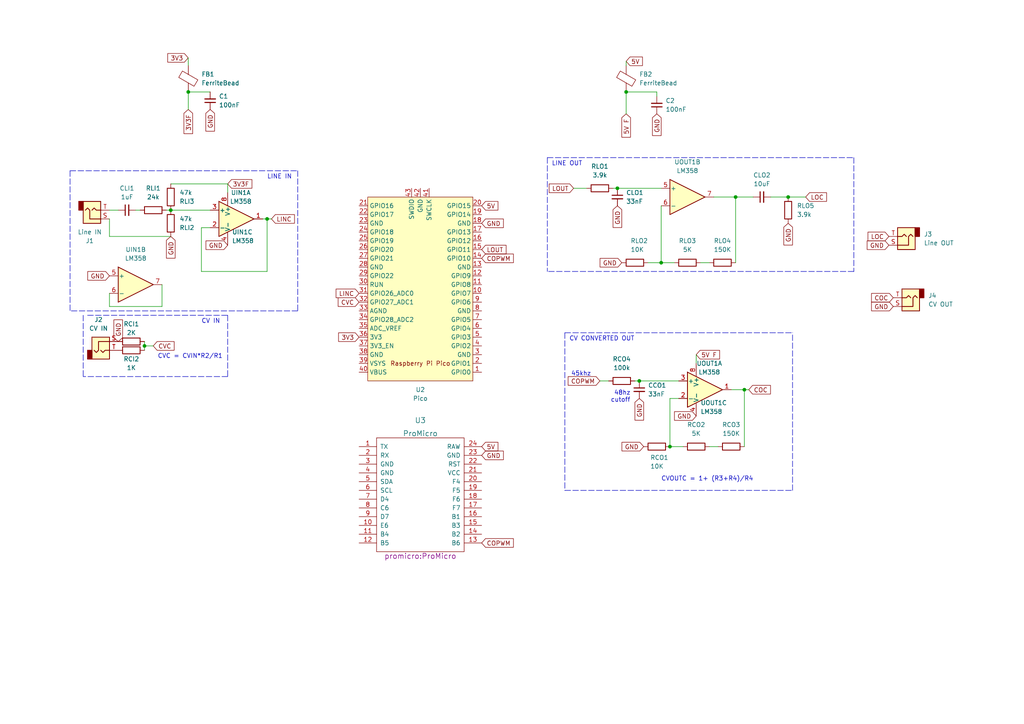
<source format=kicad_sch>
(kicad_sch (version 20211123) (generator eeschema)
  (paper "A4")
  (lib_symbols
    (symbol "Amplifier_Operational:LM358" (pin_names (offset 0.127))
      (property "Reference" "U" (at 0 5.08 0))
      (property "Value" "LM358" (at 0 -5.08 0))
      (symbol "LM358_1_1"
        (polyline (pts (xy -5.08 5.08) (xy 5.08 0) (xy -5.08 -5.08) (xy -5.08 5.08)) (stroke (width 0.254)) (fill (type background)))
        (pin output line (at 7.62 0 180) (length 2.54) (name "~") (number "1"))
        (pin input line (at -7.62 -2.54 0) (length 2.54) (name "-") (number "2"))
        (pin input line (at -7.62 2.54 0) (length 2.54) (name "+") (number "3"))
      )
      (symbol "LM358_2_1"
        (polyline (pts (xy -5.08 5.08) (xy 5.08 0) (xy -5.08 -5.08) (xy -5.08 5.08)) (stroke (width 0.254)) (fill (type background)))
        (pin input line (at -7.62 2.54 0) (length 2.54) (name "+") (number "5"))
        (pin input line (at -7.62 -2.54 0) (length 2.54) (name "-") (number "6"))
        (pin output line (at 7.62 0 180) (length 2.54) (name "~") (number "7"))
      )
      (symbol "LM358_3_1"
        (pin power_in line (at -2.54 -7.62 90) (length 3.81) (name "V-") (number "4"))
        (pin power_in line (at -2.54 7.62 270) (length 3.81) (name "V+") (number "8"))
      )
    )
    (symbol "Connector:AudioJack2"
      (property "Reference" "J" (at 0 8.89 0))
      (property "Value" "AudioJack2" (at 0 6.35 0))
      (symbol "AudioJack2_0_1"
        (rectangle (start -3.81 0) (end -2.54 -2.54) (stroke (width 0.254)) (fill (type outline)))
        (rectangle (start -2.54 3.81) (end 2.54 -2.54) (stroke (width 0.254)) (fill (type background)))
        (polyline (pts (xy 0 0) (xy 0.635 -0.635) (xy 1.27 0) (xy 2.54 0)) (stroke (width 0.254)))
        (polyline (pts (xy 2.54 2.54) (xy -0.635 2.54) (xy -0.635 0) (xy -1.27 -0.635) (xy -1.905 0)) (stroke (width 0.254)))
      )
      (symbol "AudioJack2_1_1"
        (pin passive line (at 5.08 2.54 180) (length 2.54) (name "~") (number "S"))
        (pin passive line (at 5.08 0 180) (length 2.54) (name "~") (number "T"))
      )
    )
    (symbol "Device:C_Small" (pin_numbers hide) (pin_names (offset 0.254) hide)
      (property "Reference" "C" (at 0.254 1.778 0))
      (property "Value" "C_Small" (at 0.254 -2.032 0))
      (symbol "C_Small_0_1"
        (polyline (pts (xy -1.524 -0.508) (xy 1.524 -0.508)) (stroke (width 0.3302)))
        (polyline (pts (xy -1.524 0.508) (xy 1.524 0.508)) (stroke (width 0.3048)))
      )
      (symbol "C_Small_1_1"
        (pin passive line (at 0 2.54 270) (length 2.032) (name "~") (number "1"))
        (pin passive line (at 0 -2.54 90) (length 2.032) (name "~") (number "2"))
      )
    )
    (symbol "Device:FerriteBead" (pin_numbers hide) (pin_names (offset 0))
      (property "Reference" "FB" (at -3.81 0.635 90))
      (property "Value" "FerriteBead" (at 3.81 0 90))
      (symbol "FerriteBead_0_1"
        (polyline (pts (xy 0 -1.27) (xy 0 -1.2192)))
        (polyline (pts (xy 0 1.27) (xy 0 1.2954)))
        (polyline (pts (xy -2.7686 0.4064) (xy -1.7018 2.2606) (xy 2.7686 -0.3048) (xy 1.6764 -2.159) (xy -2.7686 0.4064)))
      )
      (symbol "FerriteBead_1_1"
        (pin passive line (at 0 3.81 270) (length 2.54) (name "~") (number "1"))
        (pin passive line (at 0 -3.81 90) (length 2.54) (name "~") (number "2"))
      )
    )
    (symbol "Device:R" (pin_numbers hide) (pin_names (offset 0))
      (property "Reference" "R" (at 2.032 0 90))
      (property "Value" "R" (at 0 0 90))
      (symbol "R_0_1"
        (rectangle (start -1.016 -2.54) (end 1.016 2.54) (stroke (width 0.254)))
      )
      (symbol "R_1_1"
        (pin passive line (at 0 3.81 270) (length 1.27) (name "~") (number "1"))
        (pin passive line (at 0 -3.81 90) (length 1.27) (name "~") (number "2"))
      )
    )
    (symbol "MCU_RaspberryPi_and_Boards:Pico"
      (property "Reference" "U" (at -13.97 27.94 0))
      (property "Value" "Pico" (at 0 19.05 0))
      (symbol "Pico_0_0"
        (text "Raspberry Pi Pico" (at 0 21.59 0) (effects (font (size 1.27 1.27))))
      )
      (symbol "Pico_0_1"
        (rectangle (start -15.24 26.67) (end 15.24 -26.67) (fill (type background)))
      )
      (symbol "Pico_1_1"
        (pin bidirectional line (at -17.78 24.13 0) (length 2.54) (name "GPIO0") (number "1"))
        (pin bidirectional line (at -17.78 1.27 0) (length 2.54) (name "GPIO7") (number "10"))
        (pin bidirectional line (at -17.78 -1.27 0) (length 2.54) (name "GPIO8") (number "11"))
        (pin bidirectional line (at -17.78 -3.81 0) (length 2.54) (name "GPIO9") (number "12"))
        (pin power_in line (at -17.78 -6.35 0) (length 2.54) (name "GND") (number "13"))
        (pin bidirectional line (at -17.78 -8.89 0) (length 2.54) (name "GPIO10") (number "14"))
        (pin bidirectional line (at -17.78 -11.43 0) (length 2.54) (name "GPIO11") (number "15"))
        (pin bidirectional line (at -17.78 -13.97 0) (length 2.54) (name "GPIO12") (number "16"))
        (pin bidirectional line (at -17.78 -16.51 0) (length 2.54) (name "GPIO13") (number "17"))
        (pin power_in line (at -17.78 -19.05 0) (length 2.54) (name "GND") (number "18"))
        (pin bidirectional line (at -17.78 -21.59 0) (length 2.54) (name "GPIO14") (number "19"))
        (pin bidirectional line (at -17.78 21.59 0) (length 2.54) (name "GPIO1") (number "2"))
        (pin bidirectional line (at -17.78 -24.13 0) (length 2.54) (name "GPIO15") (number "20"))
        (pin bidirectional line (at 17.78 -24.13 180) (length 2.54) (name "GPIO16") (number "21"))
        (pin bidirectional line (at 17.78 -21.59 180) (length 2.54) (name "GPIO17") (number "22"))
        (pin power_in line (at 17.78 -19.05 180) (length 2.54) (name "GND") (number "23"))
        (pin bidirectional line (at 17.78 -16.51 180) (length 2.54) (name "GPIO18") (number "24"))
        (pin bidirectional line (at 17.78 -13.97 180) (length 2.54) (name "GPIO19") (number "25"))
        (pin bidirectional line (at 17.78 -11.43 180) (length 2.54) (name "GPIO20") (number "26"))
        (pin bidirectional line (at 17.78 -8.89 180) (length 2.54) (name "GPIO21") (number "27"))
        (pin power_in line (at 17.78 -6.35 180) (length 2.54) (name "GND") (number "28"))
        (pin bidirectional line (at 17.78 -3.81 180) (length 2.54) (name "GPIO22") (number "29"))
        (pin power_in line (at -17.78 19.05 0) (length 2.54) (name "GND") (number "3"))
        (pin input line (at 17.78 -1.27 180) (length 2.54) (name "RUN") (number "30"))
        (pin bidirectional line (at 17.78 1.27 180) (length 2.54) (name "GPIO26_ADC0") (number "31"))
        (pin bidirectional line (at 17.78 3.81 180) (length 2.54) (name "GPIO27_ADC1") (number "32"))
        (pin power_in line (at 17.78 6.35 180) (length 2.54) (name "AGND") (number "33"))
        (pin bidirectional line (at 17.78 8.89 180) (length 2.54) (name "GPIO28_ADC2") (number "34"))
        (pin power_in line (at 17.78 11.43 180) (length 2.54) (name "ADC_VREF") (number "35"))
        (pin power_in line (at 17.78 13.97 180) (length 2.54) (name "3V3") (number "36"))
        (pin input line (at 17.78 16.51 180) (length 2.54) (name "3V3_EN") (number "37"))
        (pin bidirectional line (at 17.78 19.05 180) (length 2.54) (name "GND") (number "38"))
        (pin power_in line (at 17.78 21.59 180) (length 2.54) (name "VSYS") (number "39"))
        (pin bidirectional line (at -17.78 16.51 0) (length 2.54) (name "GPIO2") (number "4"))
        (pin power_in line (at 17.78 24.13 180) (length 2.54) (name "VBUS") (number "40"))
        (pin input line (at -2.54 -29.21 90) (length 2.54) (name "SWCLK") (number "41"))
        (pin power_in line (at 0 -29.21 90) (length 2.54) (name "GND") (number "42"))
        (pin bidirectional line (at 2.54 -29.21 90) (length 2.54) (name "SWDIO") (number "43"))
        (pin bidirectional line (at -17.78 13.97 0) (length 2.54) (name "GPIO3") (number "5"))
        (pin bidirectional line (at -17.78 11.43 0) (length 2.54) (name "GPIO4") (number "6"))
        (pin bidirectional line (at -17.78 8.89 0) (length 2.54) (name "GPIO5") (number "7"))
        (pin power_in line (at -17.78 6.35 0) (length 2.54) (name "GND") (number "8"))
        (pin bidirectional line (at -17.78 3.81 0) (length 2.54) (name "GPIO6") (number "9"))
      )
    )
    (symbol "promicro:ProMicro" (pin_names (offset 1.016))
      (property "Reference" "U" (at 0 24.13 0))
      (property "Value" "ProMicro" (at 0 -13.97 0))
      (symbol "ProMicro_0_1"
        (rectangle (start -12.7 21.59) (end 12.7 -11.43))
      )
      (symbol "ProMicro_1_1"
        (pin bidirectional line (at -17.78 19.05 0) (length 5.08) (name "TX") (number "1"))
        (pin bidirectional line (at -17.78 -3.81 0) (length 5.08) (name "E6") (number "10"))
        (pin bidirectional line (at -17.78 -6.35 0) (length 5.08) (name "B4") (number "11"))
        (pin bidirectional line (at -17.78 -8.89 0) (length 5.08) (name "B5") (number "12"))
        (pin bidirectional line (at 17.78 -8.89 180) (length 5.08) (name "B6") (number "13"))
        (pin bidirectional line (at 17.78 -6.35 180) (length 5.08) (name "B2") (number "14"))
        (pin bidirectional line (at 17.78 -3.81 180) (length 5.08) (name "B3") (number "15"))
        (pin bidirectional line (at 17.78 -1.27 180) (length 5.08) (name "B1") (number "16"))
        (pin bidirectional line (at 17.78 1.27 180) (length 5.08) (name "F7") (number "17"))
        (pin bidirectional line (at 17.78 3.81 180) (length 5.08) (name "F6") (number "18"))
        (pin bidirectional line (at 17.78 6.35 180) (length 5.08) (name "F5") (number "19"))
        (pin bidirectional line (at -17.78 16.51 0) (length 5.08) (name "RX") (number "2"))
        (pin bidirectional line (at 17.78 8.89 180) (length 5.08) (name "F4") (number "20"))
        (pin power_in line (at 17.78 11.43 180) (length 5.08) (name "VCC") (number "21"))
        (pin input line (at 17.78 13.97 180) (length 5.08) (name "RST") (number "22"))
        (pin power_in line (at 17.78 16.51 180) (length 5.08) (name "GND") (number "23"))
        (pin power_out line (at 17.78 19.05 180) (length 5.08) (name "RAW") (number "24"))
        (pin power_in line (at -17.78 13.97 0) (length 5.08) (name "GND") (number "3"))
        (pin power_in line (at -17.78 11.43 0) (length 5.08) (name "GND") (number "4"))
        (pin bidirectional line (at -17.78 8.89 0) (length 5.08) (name "SDA") (number "5"))
        (pin bidirectional line (at -17.78 6.35 0) (length 5.08) (name "SCL") (number "6"))
        (pin bidirectional line (at -17.78 3.81 0) (length 5.08) (name "D4") (number "7"))
        (pin bidirectional line (at -17.78 1.27 0) (length 5.08) (name "C6") (number "8"))
        (pin bidirectional line (at -17.78 -1.27 0) (length 5.08) (name "D7") (number "9"))
      )
    )
  )
  (junction (at 194.31 129.54))
  (junction (at 191.77 76.2))
  (junction (at 179.07 54.61))
  (junction (at 49.53 60.96))
  (junction (at 54.61 26.67))
  (junction (at 77.47 63.5))
  (junction (at 228.6 57.15))
  (junction (at 215.9 113.03))
  (junction (at 41.91 100.33))
  (junction (at 185.42 110.49))
  (junction (at 213.36 57.15))
  (junction (at 181.61 26.67))
  (wire (pts (xy 54.5857 16.7832) (xy 54.61 19.05)))
  (wire (pts (xy 201.93 102.87) (xy 201.93 105.41)))
  (wire (pts (xy 218.44 57.15) (xy 213.36 57.15)))
  (wire (pts (xy 31.75 85.09) (xy 31.75 88.9)))
  (wire (pts (xy 213.36 57.15) (xy 213.36 76.2)))
  (polyline (pts (xy 247.65 78.74) (xy 158.75 78.74)))
  (polyline (pts (xy 86.36 49.53) (xy 86.36 90.17)))
  (wire (pts (xy 49.53 68.58) (xy 31.75 68.58)))
  (wire (pts (xy 190.5 26.67) (xy 190.5 27.94)))
  (wire (pts (xy 177.8 54.61) (xy 179.07 54.61)))
  (polyline (pts (xy 25.4 91.44) (xy 66.04 91.44)))
  (wire (pts (xy 228.6 57.15) (xy 233.68 57.15)))
  (wire (pts (xy 77.47 63.5) (xy 78.74 63.5)))
  (polyline (pts (xy 20.32 49.53) (xy 20.32 90.17)))
  (polyline (pts (xy 158.75 45.72) (xy 158.75 78.74)))
  (polyline (pts (xy 24.13 91.44) (xy 24.13 109.22)))
  (wire (pts (xy 39.37 60.96) (xy 40.64 60.96)))
  (wire (pts (xy 217.17 113.03) (xy 215.9 113.03)))
  (wire (pts (xy 31.75 68.58) (xy 31.75 63.5)))
  (wire (pts (xy 184.15 110.49) (xy 185.42 110.49)))
  (wire (pts (xy 203.2 76.2) (xy 205.74 76.2)))
  (wire (pts (xy 173.99 110.49) (xy 176.53 110.49)))
  (wire (pts (xy 58.42 66.04) (xy 58.42 78.74)))
  (wire (pts (xy 49.53 53.34) (xy 66.04 53.34)))
  (wire (pts (xy 213.36 57.15) (xy 207.01 57.15)))
  (wire (pts (xy 66.04 53.34) (xy 66.04 55.88)))
  (wire (pts (xy 228.6 57.15) (xy 223.52 57.15)))
  (polyline (pts (xy 20.32 49.53) (xy 86.36 49.53)))
  (wire (pts (xy 41.91 100.33) (xy 41.91 101.6)))
  (wire (pts (xy 215.9 113.03) (xy 212.09 113.03)))
  (wire (pts (xy 196.85 115.57) (xy 194.31 115.57)))
  (polyline (pts (xy 247.65 45.72) (xy 247.65 78.74)))
  (wire (pts (xy 205.74 129.54) (xy 208.28 129.54)))
  (wire (pts (xy 191.77 59.69) (xy 191.77 76.2)))
  (wire (pts (xy 215.9 113.03) (xy 215.9 129.54)))
  (wire (pts (xy 77.47 78.74) (xy 77.47 63.5)))
  (wire (pts (xy 54.61 26.67) (xy 60.96 26.67)))
  (wire (pts (xy 54.61 26.67) (xy 54.61 31.75)))
  (wire (pts (xy 31.75 60.96) (xy 34.29 60.96)))
  (wire (pts (xy 58.42 66.04) (xy 60.96 66.04)))
  (wire (pts (xy 194.31 115.57) (xy 194.31 129.54)))
  (polyline (pts (xy 66.04 109.22) (xy 24.13 109.22)))
  (wire (pts (xy 191.77 76.2) (xy 195.58 76.2)))
  (polyline (pts (xy 158.75 45.72) (xy 247.65 45.72)))
  (wire (pts (xy 41.91 99.06) (xy 41.91 100.33)))
  (wire (pts (xy 194.31 129.54) (xy 198.12 129.54)))
  (wire (pts (xy 166.37 54.61) (xy 170.18 54.61)))
  (wire (pts (xy 181.61 17.78) (xy 181.61 19.05)))
  (wire (pts (xy 185.42 110.49) (xy 196.85 110.49)))
  (polyline (pts (xy 163.83 96.52) (xy 163.83 142.24)))
  (wire (pts (xy 76.2 63.5) (xy 77.47 63.5)))
  (wire (pts (xy 191.77 76.2) (xy 187.96 76.2)))
  (wire (pts (xy 48.26 60.96) (xy 49.53 60.96)))
  (wire (pts (xy 46.99 88.9) (xy 46.99 82.55)))
  (polyline (pts (xy 229.87 142.24) (xy 229.87 96.52)))
  (polyline (pts (xy 86.36 90.17) (xy 20.32 90.17)))
  (polyline (pts (xy 163.83 96.52) (xy 229.87 96.52)))
  (polyline (pts (xy 163.83 142.24) (xy 229.87 142.24)))
  (wire (pts (xy 181.61 26.67) (xy 181.61 33.02)))
  (wire (pts (xy 31.75 88.9) (xy 46.99 88.9)))
  (wire (pts (xy 41.91 100.33) (xy 44.45 100.33)))
  (wire (pts (xy 58.42 78.74) (xy 77.47 78.74)))
  (wire (pts (xy 181.61 26.67) (xy 190.5 26.67)))
  (polyline (pts (xy 66.04 91.44) (xy 66.04 109.22)))
  (wire (pts (xy 49.53 60.96) (xy 60.96 60.96)))
  (wire (pts (xy 179.07 54.61) (xy 191.77 54.61)))
  (text "45khz\n" (at 171.45 109.22 180) (effects (font (size 1.27 1.27)) (justify right bottom)))
  (text "CVC = CVIN*R2/R1" (at 45.72 104.14 0) (effects (font (size 1.27 1.27)) (justify left bottom)))
  (text "LINE IN\n" (at 77.47 52.07 0) (effects (font (size 1.27 1.27)) (justify left bottom)))
  (text "CV CONVERTED OUT" (at 165.1 99.06 0) (effects (font (size 1.27 1.27)) (justify left bottom)))
  (text "CVOUTC = 1+ (R3+R4)/R4\n" (at 191.77 139.7 0) (effects (font (size 1.27 1.27)) (justify left bottom)))
  (text "CV IN" (at 58.42 93.98 0) (effects (font (size 1.27 1.27)) (justify left bottom)))
  (text "LINE OUT\n" (at 160.02 48.26 0) (effects (font (size 1.27 1.27)) (justify left bottom)))
  (text "48hz\ncutoff" (at 182.88 116.84 180) (effects (font (size 1.27 1.27)) (justify right bottom)))
  (global_label "GND" (shape input) (at 139.7 132.08 0) (property "Intersheet References" "${INTERSHEET_REFS}" (effects hide)))
  (global_label "GND" (shape input) (at 228.6 64.77 270) (property "Intersheet References" "${INTERSHEET_REFS}" (effects hide)))
  (global_label "3V3" (shape input) (at 104.14 97.79 180) (property "Intersheet References" "${INTERSHEET_REFS}" (effects hide)))
  (global_label "LOC" (shape input) (at 257.81 68.58 180) (property "Intersheet References" "${INTERSHEET_REFS}" (effects hide)))
  (global_label "5V F" (shape input) (at 181.61 33.02 270) (property "Intersheet References" "${INTERSHEET_REFS}" (effects hide)))
  (global_label "GND" (shape input) (at 201.93 120.65 180) (property "Intersheet References" "${INTERSHEET_REFS}" (effects hide)))
  (global_label "GND" (shape input) (at 66.04 71.12 180) (property "Intersheet References" "${INTERSHEET_REFS}" (effects hide)))
  (global_label "GND" (shape input) (at 49.53 68.58 270) (property "Intersheet References" "${INTERSHEET_REFS}" (effects hide)))
  (global_label "LOUT" (shape input) (at 166.37 54.61 180) (property "Intersheet References" "${INTERSHEET_REFS}" (effects hide)))
  (global_label "GND" (shape input) (at 179.07 59.69 270) (property "Intersheet References" "${INTERSHEET_REFS}" (effects hide)))
  (global_label "GND" (shape input) (at 259.08 88.9 180) (property "Intersheet References" "${INTERSHEET_REFS}" (effects hide)))
  (global_label "5V" (shape input) (at 139.7 129.54 0) (property "Intersheet References" "${INTERSHEET_REFS}" (effects hide)))
  (global_label "5V" (shape input) (at 139.7 59.69 0) (property "Intersheet References" "${INTERSHEET_REFS}" (effects hide)))
  (global_label "GND" (shape input) (at 31.75 80.01 180) (property "Intersheet References" "${INTERSHEET_REFS}" (effects hide)))
  (global_label "CVC" (shape input) (at 44.45 100.33 0) (property "Intersheet References" "${INTERSHEET_REFS}" (effects hide)))
  (global_label "LINC" (shape input) (at 104.14 85.09 180) (property "Intersheet References" "${INTERSHEET_REFS}" (effects hide)))
  (global_label "COPWM" (shape input) (at 173.99 110.49 180) (property "Intersheet References" "${INTERSHEET_REFS}" (effects hide)))
  (global_label "GND" (shape input) (at 257.81 71.12 180) (property "Intersheet References" "${INTERSHEET_REFS}" (effects hide)))
  (global_label "GND" (shape input) (at 185.42 115.57 270) (property "Intersheet References" "${INTERSHEET_REFS}" (effects hide)))
  (global_label "GND" (shape input) (at 139.7 64.77 0) (property "Intersheet References" "${INTERSHEET_REFS}" (effects hide)))
  (global_label "3V3F" (shape input) (at 66.04 53.34 0) (property "Intersheet References" "${INTERSHEET_REFS}" (effects hide)))
  (global_label "GND" (shape input) (at 34.29 99.06 90) (property "Intersheet References" "${INTERSHEET_REFS}" (effects hide)))
  (global_label "COC" (shape input) (at 217.17 113.03 0) (property "Intersheet References" "${INTERSHEET_REFS}" (effects hide)))
  (global_label "GND" (shape input) (at 60.96 31.75 270) (property "Intersheet References" "${INTERSHEET_REFS}" (effects hide)))
  (global_label "LOC" (shape input) (at 233.68 57.15 0) (property "Intersheet References" "${INTERSHEET_REFS}" (effects hide)))
  (global_label "3V3F" (shape input) (at 54.61 31.75 270) (property "Intersheet References" "${INTERSHEET_REFS}" (effects hide)))
  (global_label "COPWM" (shape input) (at 139.7 157.48 0) (property "Intersheet References" "${INTERSHEET_REFS}" (effects hide)))
  (global_label "5V" (shape input) (at 181.61 17.78 0) (property "Intersheet References" "${INTERSHEET_REFS}" (effects hide)))
  (global_label "LINC" (shape input) (at 78.74 63.5 0) (property "Intersheet References" "${INTERSHEET_REFS}" (effects hide)))
  (global_label "GND" (shape input) (at 190.5 33.02 270) (property "Intersheet References" "${INTERSHEET_REFS}" (effects hide)))
  (global_label "CVC" (shape input) (at 104.14 87.63 180) (property "Intersheet References" "${INTERSHEET_REFS}" (effects hide)))
  (global_label "COC" (shape input) (at 259.08 86.36 180) (property "Intersheet References" "${INTERSHEET_REFS}" (effects hide)))
  (global_label "3V3" (shape input) (at 54.5857 16.7832 180) (property "Intersheet References" "${INTERSHEET_REFS}" (effects hide)))
  (global_label "5V F" (shape input) (at 201.93 102.87 0) (property "Intersheet References" "${INTERSHEET_REFS}" (effects hide)))
  (global_label "GND" (shape input) (at 186.69 129.54 180) (property "Intersheet References" "${INTERSHEET_REFS}" (effects hide)))
  (global_label "GND" (shape input) (at 180.34 76.2 180) (property "Intersheet References" "${INTERSHEET_REFS}" (effects hide)))
  (global_label "LOUT" (shape input) (at 139.7 72.39 0) (property "Intersheet References" "${INTERSHEET_REFS}" (effects hide)))
  (global_label "COPWM" (shape input) (at 139.7 74.93 0) (property "Intersheet References" "${INTERSHEET_REFS}" (effects hide)))
  (symbol (lib_id "Device:R") (at 180.34 110.49 270) (unit 1)
    (property "Reference" "RCO4" (at 180.34 104.14 90))
    (property "Value" "100k" (at 180.34 106.68 90))
    (property "Footprint" "Resistor_SMD:R_0805_2012Metric_Pad1.20x1.40mm_HandSolder" (effects hide))
  )
  (symbol (lib_id "Device:C_Small") (at 220.98 57.15 90) (unit 1)
    (property "Reference" "CLO2" (at 220.9863 50.8 90))
    (property "Value" "10uF" (at 220.9863 53.34 90))
    (property "Footprint" "Capacitor_SMD:C_0805_2012Metric_Pad1.18x1.45mm_HandSolder" (effects hide))
  )
  (symbol (lib_id "Amplifier_Operational:LM358") (at 204.47 113.03 0) (unit 1)
    (property "Reference" "UOUT1" (at 205.74 105.41 0))
    (property "Value" "LM358" (at 205.74 107.95 0))
    (property "Footprint" "Package_SO:SOP-8_3.9x4.9mm_P1.27mm" (effects hide))
    (property "Datasheet" "http://www.ti.com/lit/ds/symlink/lm2904-n.pdf" (effects hide))
  )
  (symbol (lib_id "Amplifier_Operational:LM358") (at 204.47 113.03 0) (unit 3)
    (property "Reference" "UOUT1" (at 203.2 116.84 0) (effects (justify left)))
    (property "Value" "LM358" (at 203.2 119.38 0) (effects (justify left)))
    (property "Footprint" "Package_SO:SOP-8_3.9x4.9mm_P1.27mm" (effects hide))
    (property "Datasheet" "http://www.ti.com/lit/ds/symlink/lm2904-n.pdf" (effects hide))
  )
  (symbol (lib_id "Device:R") (at 228.6 60.96 180) (unit 1)
    (property "Reference" "RLO5" (at 231.14 59.6899 0) (effects (justify right)))
    (property "Value" "3.9k" (at 231.14 62.2299 0) (effects (justify right)))
    (property "Footprint" "Resistor_SMD:R_0805_2012Metric_Pad1.20x1.40mm_HandSolder" (effects hide))
  )
  (symbol (lib_id "Amplifier_Operational:LM358") (at 199.39 57.15 0) (unit 2)
    (property "Reference" "UOUT1" (at 199.39 46.99 0))
    (property "Value" "LM358" (at 199.39 49.53 0))
    (property "Footprint" "Package_SO:SOP-8_3.9x4.9mm_P1.27mm" (effects hide))
    (property "Datasheet" "http://www.ti.com/lit/ds/symlink/lm2904-n.pdf" (effects hide))
  )
  (symbol (lib_id "Device:C_Small") (at 36.83 60.96 90) (mirror x) (unit 1)
    (property "Reference" "CLI1" (at 36.8363 54.61 90))
    (property "Value" "1uF" (at 36.8363 57.15 90))
    (property "Footprint" "Capacitor_SMD:C_0805_2012Metric_Pad1.18x1.45mm_HandSolder" (effects hide))
  )
  (symbol (lib_id "Device:C_Small") (at 179.07 57.15 0) (unit 1)
    (property "Reference" "CLO1" (at 181.61 55.8862 0) (effects (justify left)))
    (property "Value" "33nF" (at 181.61 58.4262 0) (effects (justify left)))
    (property "Footprint" "Capacitor_SMD:C_0805_2012Metric_Pad1.18x1.45mm_HandSolder" (effects hide))
  )
  (symbol (lib_id "Device:R") (at 199.39 76.2 90) (unit 1)
    (property "Reference" "RLO3" (at 199.39 69.85 90))
    (property "Value" "5K" (at 199.39 72.39 90))
    (property "Footprint" "Resistor_SMD:R_0805_2012Metric_Pad1.20x1.40mm_HandSolder" (effects hide))
  )
  (symbol (lib_id "Amplifier_Operational:LM358") (at 68.58 63.5 0) (unit 3)
    (property "Reference" "UIN1" (at 67.31 67.31 0) (effects (justify left)))
    (property "Value" "LM358" (at 67.31 69.85 0) (effects (justify left)))
    (property "Footprint" "Package_SO:SOP-8_3.9x4.9mm_P1.27mm" (effects hide))
    (property "Datasheet" "http://www.ti.com/lit/ds/symlink/lm2904-n.pdf" (effects hide))
  )
  (symbol (lib_id "Device:R") (at 38.1 99.06 90) (unit 1)
    (property "Reference" "RCI1" (at 38.1 93.98 90))
    (property "Value" "2K" (at 38.1 96.52 90))
    (property "Footprint" "Resistor_SMD:R_0805_2012Metric_Pad1.20x1.40mm_HandSolder" (effects hide))
  )
  (symbol (lib_id "Device:R") (at 184.15 76.2 270) (unit 1)
    (property "Reference" "RLO2" (at 182.88 69.85 90) (effects (justify left)))
    (property "Value" "10K" (at 182.88 72.39 90) (effects (justify left)))
    (property "Footprint" "Resistor_SMD:R_0805_2012Metric_Pad1.20x1.40mm_HandSolder" (effects hide))
  )
  (symbol (lib_id "Device:C_Small") (at 190.5 30.48 180) (unit 1)
    (property "Reference" "C2" (at 193.04 29.2035 0) (effects (justify right)))
    (property "Value" "100nF" (at 193.04 31.7435 0) (effects (justify right)))
    (property "Footprint" "Capacitor_SMD:C_0805_2012Metric_Pad1.18x1.45mm_HandSolder" (effects hide))
  )
  (symbol (lib_id "Device:FerriteBead") (at 181.61 22.86 0) (unit 1)
    (property "Reference" "FB2" (at 185.42 21.5391 0) (effects (justify left)))
    (property "Value" "FerriteBead" (at 185.42 24.0791 0) (effects (justify left)))
    (property "Footprint" "Resistor_SMD:R_0805_2012Metric_Pad1.20x1.40mm_HandSolder" (effects hide))
  )
  (symbol (lib_id "Device:R") (at 49.53 57.15 0) (mirror x) (unit 1)
    (property "Reference" "RLI3" (at 52.07 58.4201 0) (effects (justify left)))
    (property "Value" "47k" (at 52.07 55.8801 0) (effects (justify left)))
    (property "Footprint" "Resistor_SMD:R_0805_2012Metric_Pad1.20x1.40mm_HandSolder" (effects hide))
  )
  (symbol (lib_id "Device:R") (at 190.5 129.54 270) (unit 1)
    (property "Reference" "RCO1" (at 188.595 132.7149 90) (effects (justify left)))
    (property "Value" "10K" (at 188.595 135.2549 90) (effects (justify left)))
    (property "Footprint" "Resistor_SMD:R_0805_2012Metric_Pad1.20x1.40mm_HandSolder" (effects hide))
  )
  (symbol (lib_id "Amplifier_Operational:LM358") (at 68.58 63.5 0) (unit 1)
    (property "Reference" "UIN1" (at 69.85 55.88 0))
    (property "Value" "LM358" (at 69.85 58.42 0))
    (property "Footprint" "Package_SO:SOP-8_3.9x4.9mm_P1.27mm" (effects hide))
    (property "Datasheet" "http://www.ti.com/lit/ds/symlink/lm2904-n.pdf" (effects hide))
  )
  (symbol (lib_id "Device:R") (at 49.53 64.77 0) (mirror x) (unit 1)
    (property "Reference" "RLI2" (at 52.07 66.0401 0) (effects (justify left)))
    (property "Value" "47k" (at 52.07 63.5001 0) (effects (justify left)))
    (property "Footprint" "Resistor_SMD:R_0805_2012Metric_Pad1.20x1.40mm_HandSolder" (effects hide))
  )
  (symbol (lib_id "Device:R") (at 44.45 60.96 90) (mirror x) (unit 1)
    (property "Reference" "RLI1" (at 44.45 54.61 90))
    (property "Value" "24k" (at 44.45 57.15 90))
    (property "Footprint" "Resistor_SMD:R_0805_2012Metric_Pad1.20x1.40mm_HandSolder" (effects hide))
  )
  (symbol (lib_id "Amplifier_Operational:LM358") (at 39.37 82.55 0) (unit 2)
    (property "Reference" "UIN1" (at 39.37 72.39 0))
    (property "Value" "LM358" (at 39.37 74.93 0))
    (property "Footprint" "Package_SO:SOP-8_3.9x4.9mm_P1.27mm" (effects hide))
    (property "Datasheet" "http://www.ti.com/lit/ds/symlink/lm2904-n.pdf" (effects hide))
  )
  (symbol (lib_id "promicro:ProMicro") (at 121.92 148.59 0) (unit 1)
    (property "Reference" "U3" (at 121.92 121.92 0) (effects (font (size 1.524 1.524))))
    (property "Value" "ProMicro" (at 121.92 125.73 0) (effects (font (size 1.524 1.524))))
    (property "Footprint" "promicro:ProMicro" (at 121.92 161.29 0) (effects (font (size 1.524 1.524))))
  )
  (symbol (lib_id "Device:C_Small") (at 185.42 113.03 0) (unit 1)
    (property "Reference" "CCO1" (at 187.96 111.7662 0) (effects (justify left)))
    (property "Value" "33nF" (at 187.96 114.3062 0) (effects (justify left)))
    (property "Footprint" "Capacitor_SMD:C_0805_2012Metric_Pad1.18x1.45mm_HandSolder" (effects hide))
  )
  (symbol (lib_id "Device:R") (at 201.93 129.54 90) (unit 1)
    (property "Reference" "RCO2" (at 201.93 123.19 90))
    (property "Value" "5K" (at 201.93 125.73 90))
    (property "Footprint" "Resistor_SMD:R_0805_2012Metric_Pad1.20x1.40mm_HandSolder" (effects hide))
  )
  (symbol (lib_id "Device:R") (at 209.55 76.2 90) (unit 1)
    (property "Reference" "RLO4" (at 209.55 69.85 90))
    (property "Value" "150K" (at 209.55 72.39 90))
    (property "Footprint" "Resistor_SMD:R_0805_2012Metric_Pad1.20x1.40mm_HandSolder" (effects hide))
  )
  (symbol (lib_id "Connector:AudioJack2") (at 26.67 60.96 0) (mirror x) (unit 1)
    (property "Reference" "J1" (at 26.035 69.85 0))
    (property "Value" "Line IN" (at 26.035 67.31 0))
    (property "Footprint" "Connector_Wire:SolderWirePad_2x01_SMD_1x2mm" (effects hide))
  )
  (symbol (lib_id "MCU_RaspberryPi_and_Boards:Pico") (at 121.92 83.82 180) (unit 1)
    (property "Reference" "U2" (at 121.92 113.03 0))
    (property "Value" "Pico" (at 121.92 115.57 0))
    (property "Footprint" "MCU_RaspberryPi_and_Boards:RPi_Pico_SMD_TH" (effects hide))
  )
  (symbol (lib_id "Connector:AudioJack2") (at 29.21 101.6 0) (unit 1)
    (property "Reference" "J2" (at 28.575 92.71 0))
    (property "Value" "CV IN" (at 28.575 95.25 0))
    (property "Footprint" "Connector_Wire:SolderWirePad_2x01_SMD_1x2mm" (effects hide))
  )
  (symbol (lib_id "Connector:AudioJack2") (at 262.89 68.58 180) (unit 1)
    (property "Reference" "J3" (at 267.97 67.9449 0) (effects (justify right)))
    (property "Value" "Line OUT" (at 267.97 70.4849 0) (effects (justify right)))
    (property "Footprint" "Connector_Wire:SolderWirePad_2x01_SMD_1x2mm" (effects hide))
  )
  (symbol (lib_id "Connector:AudioJack2") (at 264.16 86.36 180) (unit 1)
    (property "Reference" "J4" (at 269.24 85.7249 0) (effects (justify right)))
    (property "Value" "CV OUT" (at 269.24 88.2649 0) (effects (justify right)))
    (property "Footprint" "Connector_Wire:SolderWirePad_2x01_SMD_1x2mm" (effects hide))
  )
  (symbol (lib_id "Device:FerriteBead") (at 54.61 22.86 0) (unit 1)
    (property "Reference" "FB1" (at 58.42 21.5391 0) (effects (justify left)))
    (property "Value" "FerriteBead" (at 58.42 24.0791 0) (effects (justify left)))
    (property "Footprint" "Resistor_SMD:R_0805_2012Metric_Pad1.20x1.40mm_HandSolder" (effects hide))
  )
  (symbol (lib_id "Device:C_Small") (at 60.96 29.21 180) (unit 1)
    (property "Reference" "C1" (at 63.5 27.9335 0) (effects (justify right)))
    (property "Value" "100nF" (at 63.5 30.4735 0) (effects (justify right)))
    (property "Footprint" "Capacitor_SMD:C_0805_2012Metric_Pad1.18x1.45mm_HandSolder" (effects hide))
  )
  (symbol (lib_id "Device:R") (at 212.09 129.54 90) (unit 1)
    (property "Reference" "RCO3" (at 212.09 123.19 90))
    (property "Value" "150K" (at 212.09 125.73 90))
    (property "Footprint" "Resistor_SMD:R_0805_2012Metric_Pad1.20x1.40mm_HandSolder" (effects hide))
  )
  (symbol (lib_id "Device:R") (at 173.99 54.61 270) (unit 1)
    (property "Reference" "RLO1" (at 173.99 48.26 90))
    (property "Value" "3.9k" (at 173.99 50.8 90))
    (property "Footprint" "Resistor_SMD:R_0805_2012Metric_Pad1.20x1.40mm_HandSolder" (effects hide))
  )
  (symbol (lib_id "Device:R") (at 38.1 101.6 270) (unit 1)
    (property "Reference" "RCI2" (at 38.1 104.14 90))
    (property "Value" "1K" (at 38.1 106.68 90))
    (property "Footprint" "Resistor_SMD:R_0805_2012Metric_Pad1.20x1.40mm_HandSolder" (effects hide))
  )
)
</source>
